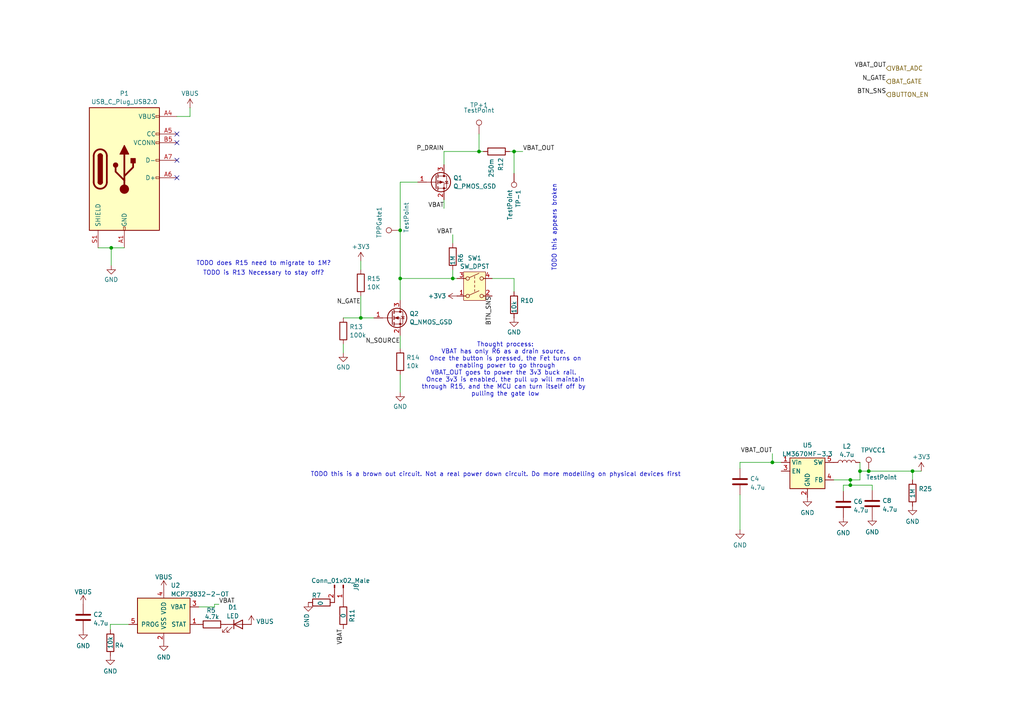
<source format=kicad_sch>
(kicad_sch (version 20250114) (generator "eeschema") (generator_version "9.0")
  (paper "A4")
  (lib_symbols
    (symbol "Battery_Management:MCP73832-2-OT" (pin_names (offset 1.016))
      (property "Reference" "U" (at -7.62 6.35 0))
      (property "Value" "MCP73832-2-OT" (at 1.27 6.35 0))
      (symbol "MCP73832-2-OT_0_1"
        (rectangle (start -7.62 5.08) (end 7.62 -5.08) (stroke (width 0.254)) (fill (type background)))
      )
      (symbol "MCP73832-2-OT_1_1"
        (pin input line (at -10.16 -2.54 0) (length 2.54) (name "PROG") (number "5"))
        (pin power_in line (at 0 7.62 270) (length 2.54) (name "VDD") (number "4"))
        (pin power_in line (at 0 -7.62 90) (length 2.54) (name "VSS") (number "2"))
        (pin power_out line (at 10.16 2.54 180) (length 2.54) (name "VBAT") (number "3"))
        (pin output line (at 10.16 -2.54 180) (length 2.54) (name "STAT") (number "1"))
      )
    )
    (symbol "Connector:Conn_01x02_Male" (pin_names (offset 1.016) (hide yes))
      (property "Reference" "J" (at 0 2.54 0))
      (property "Value" "Conn_01x02_Male" (at 0 -5.08 0))
      (symbol "Conn_01x02_Male_1_1"
        (rectangle (start 0.8636 0.127) (end 0 -0.127) (stroke (width 0.1524)) (fill (type outline)))
        (rectangle (start 0.8636 -2.413) (end 0 -2.667) (stroke (width 0.1524)) (fill (type outline)))
        (polyline (pts (xy 1.27 0) (xy 0.8636 0)) (stroke (width 0.1524)))
        (polyline (pts (xy 1.27 -2.54) (xy 0.8636 -2.54)) (stroke (width 0.1524)))
        (pin passive line (at 5.08 0 180) (length 3.81) (name "Pin_1") (number "1"))
        (pin passive line (at 5.08 -2.54 180) (length 3.81) (name "Pin_2") (number "2"))
      )
    )
    (symbol "Connector:TestPoint" (pin_numbers (hide yes)) (pin_names (offset 0.762) (hide yes))
      (property "Reference" "TP" (at 0 6.858 0))
      (property "Value" "TestPoint" (at 0 5.08 0))
      (symbol "TestPoint_0_1"
        (circle (center 0 3.302) (radius 0.762))
      )
      (symbol "TestPoint_1_1"
        (pin passive line (at 0 0 90) (length 2.54) (name "1") (number "1"))
      )
    )
    (symbol "Connector:USB_C_Plug_USB2.0" (pin_names (offset 1.016))
      (property "Reference" "P" (at -10.16 19.05 0))
      (property "Value" "USB_C_Plug_USB2.0" (at 12.7 19.05 0))
      (symbol "USB_C_Plug_USB2.0_0_0"
        (rectangle (start -0.254 -17.78) (end 0.254 -16.764))
        (rectangle (start 10.16 15.494) (end 9.144 14.986))
        (rectangle (start 10.16 10.414) (end 9.144 9.906))
        (rectangle (start 10.16 7.874) (end 9.144 7.366))
        (rectangle (start 10.16 2.794) (end 9.144 2.286))
        (rectangle (start 10.16 -2.286) (end 9.144 -2.794))
      )
      (symbol "USB_C_Plug_USB2.0_0_1"
        (rectangle (start -10.16 17.78) (end 10.16 -17.78) (stroke (width 0.254)) (fill (type background)))
        (polyline (pts (xy -8.89 -3.81) (xy -8.89 3.81)) (stroke (width 0.508)))
        (rectangle (start -7.62 -3.81) (end -6.35 3.81) (stroke (width 0.254)) (fill (type outline)))
        (arc (start -7.62 3.81) (mid -6.985 4.4423) (end -6.35 3.81) (stroke (width 0.254)))
        (arc (start -7.62 3.81) (mid -6.985 4.4423) (end -6.35 3.81) (stroke (width 0.254)) (fill (type outline)))
        (arc (start -8.89 3.81) (mid -6.985 5.7067) (end -5.08 3.81) (stroke (width 0.508)))
        (arc (start -5.08 -3.81) (mid -6.985 -5.7067) (end -8.89 -3.81) (stroke (width 0.508)))
        (arc (start -6.35 -3.81) (mid -6.985 -4.4423) (end -7.62 -3.81) (stroke (width 0.254)))
        (arc (start -6.35 -3.81) (mid -6.985 -4.4423) (end -7.62 -3.81) (stroke (width 0.254)) (fill (type outline)))
        (polyline (pts (xy -5.08 3.81) (xy -5.08 -3.81)) (stroke (width 0.508)))
        (circle (center -2.54 1.143) (radius 0.635) (stroke (width 0.254)) (fill (type outline)))
        (polyline (pts (xy -1.27 4.318) (xy 0 6.858) (xy 1.27 4.318) (xy -1.27 4.318)) (stroke (width 0.254)) (fill (type outline)))
        (polyline (pts (xy 0 -2.032) (xy 2.54 0.508) (xy 2.54 1.778)) (stroke (width 0.508)))
        (polyline (pts (xy 0 -3.302) (xy -2.54 -0.762) (xy -2.54 0.508)) (stroke (width 0.508)))
        (polyline (pts (xy 0 -5.842) (xy 0 4.318)) (stroke (width 0.508)))
        (circle (center 0 -5.842) (radius 1.27) (fill (type outline)))
        (rectangle (start 1.905 1.778) (end 3.175 3.048) (stroke (width 0.254)) (fill (type outline)))
      )
      (symbol "USB_C_Plug_USB2.0_1_1"
        (pin passive line (at -7.62 -22.86 90) (length 5.08) (name "SHIELD") (number "S1"))
        (pin passive line (at 0 -22.86 90) (length 5.08) (name "GND") (number "A1"))
        (pin passive line (at 0 -22.86 90) (length 5.08) (hide yes) (name "GND") (number "A12"))
        (pin passive line (at 0 -22.86 90) (length 5.08) (hide yes) (name "GND") (number "B1"))
        (pin passive line (at 0 -22.86 90) (length 5.08) (hide yes) (name "GND") (number "B12"))
        (pin passive line (at 15.24 15.24 180) (length 5.08) (name "VBUS") (number "A4"))
        (pin passive line (at 15.24 15.24 180) (length 5.08) (hide yes) (name "VBUS") (number "A9"))
        (pin passive line (at 15.24 15.24 180) (length 5.08) (hide yes) (name "VBUS") (number "B4"))
        (pin passive line (at 15.24 15.24 180) (length 5.08) (hide yes) (name "VBUS") (number "B9"))
        (pin bidirectional line (at 15.24 10.16 180) (length 5.08) (name "CC") (number "A5"))
        (pin bidirectional line (at 15.24 7.62 180) (length 5.08) (name "VCONN") (number "B5"))
        (pin bidirectional line (at 15.24 2.54 180) (length 5.08) (name "D-") (number "A7"))
        (pin bidirectional line (at 15.24 -2.54 180) (length 5.08) (name "D+") (number "A6"))
      )
    )
    (symbol "Device:C" (pin_numbers (hide yes)) (pin_names (offset 0.254))
      (property "Reference" "C" (at 0.635 2.54 0))
      (property "Value" "C" (at 0.635 -2.54 0))
      (symbol "C_0_1"
        (polyline (pts (xy -2.032 0.762) (xy 2.032 0.762)) (stroke (width 0.508)))
        (polyline (pts (xy -2.032 -0.762) (xy 2.032 -0.762)) (stroke (width 0.508)))
      )
      (symbol "C_1_1"
        (pin passive line (at 0 3.81 270) (length 2.794) (name "~") (number "1"))
        (pin passive line (at 0 -3.81 90) (length 2.794) (name "~") (number "2"))
      )
    )
    (symbol "Device:L" (pin_numbers (hide yes)) (pin_names (offset 1.016) (hide yes))
      (property "Reference" "L" (at -1.27 0 90))
      (property "Value" "L" (at 1.905 0 90))
      (symbol "L_0_1"
        (arc (start 0 2.54) (mid 0.6323 1.905) (end 0 1.27))
        (arc (start 0 1.27) (mid 0.6323 0.635) (end 0 0))
        (arc (start 0 0) (mid 0.6323 -0.635) (end 0 -1.27))
        (arc (start 0 -1.27) (mid 0.6323 -1.905) (end 0 -2.54))
      )
      (symbol "L_1_1"
        (pin passive line (at 0 3.81 270) (length 1.27) (name "1") (number "1"))
        (pin passive line (at 0 -3.81 90) (length 1.27) (name "2") (number "2"))
      )
    )
    (symbol "Device:LED" (pin_numbers (hide yes)) (pin_names (offset 1.016) (hide yes))
      (property "Reference" "D" (at 0 2.54 0))
      (property "Value" "LED" (at 0 -2.54 0))
      (symbol "LED_0_1"
        (polyline (pts (xy -3.048 -0.762) (xy -4.572 -2.286) (xy -3.81 -2.286) (xy -4.572 -2.286) (xy -4.572 -1.524)))
        (polyline (pts (xy -1.778 -0.762) (xy -3.302 -2.286) (xy -2.54 -2.286) (xy -3.302 -2.286) (xy -3.302 -1.524)))
        (polyline (pts (xy -1.27 0) (xy 1.27 0)))
        (polyline (pts (xy -1.27 -1.27) (xy -1.27 1.27)) (stroke (width 0.254)))
        (polyline (pts (xy 1.27 -1.27) (xy 1.27 1.27) (xy -1.27 0) (xy 1.27 -1.27)) (stroke (width 0.254)))
      )
      (symbol "LED_1_1"
        (pin passive line (at -3.81 0 0) (length 2.54) (name "K") (number "1"))
        (pin passive line (at 3.81 0 180) (length 2.54) (name "A") (number "2"))
      )
    )
    (symbol "Device:Q_NMOS_GSD" (pin_names (offset 0) (hide yes))
      (property "Reference" "Q" (at 5.08 1.27 0))
      (property "Value" "Q_NMOS_GSD" (at 5.08 -1.27 0))
      (symbol "Q_NMOS_GSD_0_1"
        (polyline (pts (xy 0.254 1.905) (xy 0.254 -1.905)) (stroke (width 0.254)))
        (polyline (pts (xy 0.254 0) (xy -2.54 0)))
        (polyline (pts (xy 0.762 2.286) (xy 0.762 1.27)) (stroke (width 0.254)))
        (polyline (pts (xy 0.762 0.508) (xy 0.762 -0.508)) (stroke (width 0.254)))
        (polyline (pts (xy 0.762 -1.27) (xy 0.762 -2.286)) (stroke (width 0.254)))
        (polyline (pts (xy 0.762 -1.778) (xy 3.302 -1.778) (xy 3.302 1.778) (xy 0.762 1.778)))
        (polyline (pts (xy 1.016 0) (xy 2.032 0.381) (xy 2.032 -0.381) (xy 1.016 0)) (fill (type outline)))
        (circle (center 1.651 0) (radius 2.794) (stroke (width 0.254)))
        (polyline (pts (xy 2.54 2.54) (xy 2.54 1.778)))
        (circle (center 2.54 1.778) (radius 0.254) (fill (type outline)))
        (circle (center 2.54 -1.778) (radius 0.254) (fill (type outline)))
        (polyline (pts (xy 2.54 -2.54) (xy 2.54 0) (xy 0.762 0)))
        (polyline (pts (xy 2.794 0.508) (xy 2.921 0.381) (xy 3.683 0.381) (xy 3.81 0.254)))
        (polyline (pts (xy 3.302 0.381) (xy 2.921 -0.254) (xy 3.683 -0.254) (xy 3.302 0.381)))
      )
      (symbol "Q_NMOS_GSD_1_1"
        (pin input line (at -5.08 0 0) (length 2.54) (name "G") (number "1"))
        (pin passive line (at 2.54 5.08 270) (length 2.54) (name "D") (number "3"))
        (pin passive line (at 2.54 -5.08 90) (length 2.54) (name "S") (number "2"))
      )
    )
    (symbol "Device:Q_PMOS_GSD" (pin_names (offset 0) (hide yes))
      (property "Reference" "Q" (at 5.08 1.27 0))
      (property "Value" "Q_PMOS_GSD" (at 5.08 -1.27 0))
      (symbol "Q_PMOS_GSD_0_1"
        (polyline (pts (xy 0.254 1.905) (xy 0.254 -1.905)) (stroke (width 0.254)))
        (polyline (pts (xy 0.254 0) (xy -2.54 0)))
        (polyline (pts (xy 0.762 2.286) (xy 0.762 1.27)) (stroke (width 0.254)))
        (polyline (pts (xy 0.762 1.778) (xy 3.302 1.778) (xy 3.302 -1.778) (xy 0.762 -1.778)))
        (polyline (pts (xy 0.762 0.508) (xy 0.762 -0.508)) (stroke (width 0.254)))
        (polyline (pts (xy 0.762 -1.27) (xy 0.762 -2.286)) (stroke (width 0.254)))
        (circle (center 1.651 0) (radius 2.794) (stroke (width 0.254)))
        (polyline (pts (xy 2.286 0) (xy 1.27 0.381) (xy 1.27 -0.381) (xy 2.286 0)) (fill (type outline)))
        (polyline (pts (xy 2.54 2.54) (xy 2.54 1.778)))
        (circle (center 2.54 1.778) (radius 0.254) (fill (type outline)))
        (circle (center 2.54 -1.778) (radius 0.254) (fill (type outline)))
        (polyline (pts (xy 2.54 -2.54) (xy 2.54 0) (xy 0.762 0)))
        (polyline (pts (xy 2.794 -0.508) (xy 2.921 -0.381) (xy 3.683 -0.381) (xy 3.81 -0.254)))
        (polyline (pts (xy 3.302 -0.381) (xy 2.921 0.254) (xy 3.683 0.254) (xy 3.302 -0.381)))
      )
      (symbol "Q_PMOS_GSD_1_1"
        (pin input line (at -5.08 0 0) (length 2.54) (name "G") (number "1"))
        (pin passive line (at 2.54 5.08 270) (length 2.54) (name "D") (number "3"))
        (pin passive line (at 2.54 -5.08 90) (length 2.54) (name "S") (number "2"))
      )
    )
    (symbol "Device:R" (pin_numbers (hide yes)) (pin_names (offset 0))
      (property "Reference" "R" (at 2.032 0 90))
      (property "Value" "R" (at 0 0 90))
      (symbol "R_0_1"
        (rectangle (start -1.016 -2.54) (end 1.016 2.54) (stroke (width 0.254)))
      )
      (symbol "R_1_1"
        (pin passive line (at 0 3.81 270) (length 1.27) (name "~") (number "1"))
        (pin passive line (at 0 -3.81 90) (length 1.27) (name "~") (number "2"))
      )
    )
    (symbol "GND_1" (power) (pin_numbers (hide yes)) (pin_names (offset 0) (hide yes))
      (property "Value" "GND" (at 0 -3.81 0))
      (symbol "GND_1_0_1"
        (polyline (pts (xy 0 0) (xy 0 -1.27) (xy 1.27 -1.27) (xy 0 -2.54) (xy -1.27 -1.27) (xy 0 -1.27)))
      )
      (symbol "GND_1_1_1"
        (pin power_in line (at 0 0 270) (length 0) (name "~") (number "1"))
      )
    )
    (symbol "GND_2" (power) (pin_numbers (hide yes)) (pin_names (offset 0) (hide yes))
      (property "Value" "GND" (at 0 -3.81 0))
      (symbol "GND_2_0_1"
        (polyline (pts (xy 0 0) (xy 0 -1.27) (xy 1.27 -1.27) (xy 0 -2.54) (xy -1.27 -1.27) (xy 0 -1.27)))
      )
      (symbol "GND_2_1_1"
        (pin power_in line (at 0 0 270) (length 0) (name "~") (number "1"))
      )
    )
    (symbol "GND_3" (power) (pin_numbers (hide yes)) (pin_names (offset 0) (hide yes))
      (property "Value" "GND" (at 0 -3.81 0))
      (symbol "GND_3_0_1"
        (polyline (pts (xy 0 0) (xy 0 -1.27) (xy 1.27 -1.27) (xy 0 -2.54) (xy -1.27 -1.27) (xy 0 -1.27)))
      )
      (symbol "GND_3_1_1"
        (pin power_in line (at 0 0 270) (length 0) (name "~") (number "1"))
      )
    )
    (symbol "Regulator_Switching:LM3670MF"
      (property "Reference" "U" (at -5.08 5.08 0))
      (property "Value" "LM3670MF" (at 0 5.08 0))
      (symbol "LM3670MF_0_1"
        (rectangle (start -5.08 3.81) (end 5.08 -5.08) (stroke (width 0.254)) (fill (type background)))
      )
      (symbol "LM3670MF_1_1"
        (pin power_in line (at -7.62 2.54 0) (length 2.54) (name "Vin") (number "1"))
        (pin input line (at -7.62 0 0) (length 2.54) (name "EN") (number "3"))
        (pin power_in line (at 0 -7.62 90) (length 2.54) (name "GND") (number "2"))
        (pin input line (at 7.62 2.54 180) (length 2.54) (name "SW") (number "5"))
        (pin input line (at 7.62 -2.54 180) (length 2.54) (name "FB") (number "4"))
      )
    )
    (symbol "Switch:SW_DPST" (pin_names (offset 0) (hide yes))
      (property "Reference" "SW" (at 0 6.35 0))
      (property "Value" "SW_DPST" (at 0 -5.08 0))
      (symbol "SW_DPST_0_0"
        (circle (center -2.032 2.54) (radius 0.508))
        (circle (center -2.032 -2.54) (radius 0.508))
        (polyline (pts (xy -1.524 2.794) (xy 1.27 4.064)))
        (polyline (pts (xy -1.524 -2.286) (xy 1.27 -1.016)))
        (polyline (pts (xy 0 2.54) (xy 0 3.175)))
        (polyline (pts (xy 0 1.27) (xy 0 1.905)))
        (polyline (pts (xy 0 0) (xy 0 0.635)))
        (polyline (pts (xy 0 -1.27) (xy 0 -0.635)))
        (circle (center 2.032 2.54) (radius 0.508))
        (circle (center 2.032 -2.54) (radius 0.508))
      )
      (symbol "SW_DPST_1_1"
        (rectangle (start -3.175 4.445) (end 3.175 -3.81) (fill (type background)))
        (pin passive line (at -5.08 2.54 0) (length 2.54) (name "3") (number "3"))
        (pin passive line (at -5.08 -2.54 0) (length 2.54) (name "1") (number "1"))
        (pin passive line (at 5.08 2.54 180) (length 2.54) (name "4") (number "4"))
        (pin passive line (at 5.08 -2.54 180) (length 2.54) (name "2") (number "2"))
      )
    )
    (symbol "power:+3V3" (power) (pin_numbers (hide yes)) (pin_names (offset 0) (hide yes))
      (property "Value" "+3V3" (at 0 3.556 0))
      (symbol "+3V3_0_1"
        (polyline (pts (xy -0.762 1.27) (xy 0 2.54)))
        (polyline (pts (xy 0 2.54) (xy 0.762 1.27)))
        (polyline (pts (xy 0 0) (xy 0 2.54)))
      )
      (symbol "+3V3_1_1"
        (pin power_in line (at 0 0 90) (length 0) (name "~") (number "1"))
      )
    )
    (symbol "power:GND" (power) (pin_names (offset 0))
      (property "Value" "GND" (at 0 -3.81 0))
      (symbol "GND_0_1"
        (polyline (pts (xy 0 0) (xy 0 -1.27) (xy 1.27 -1.27) (xy 0 -2.54) (xy -1.27 -1.27) (xy 0 -1.27)))
      )
      (symbol "GND_1_1"
        (pin power_in line (at 0 0 270) (length 0) (hide yes) (name "GND") (number "1"))
      )
    )
    (symbol "power:VBUS" (power) (pin_numbers (hide yes)) (pin_names (offset 0) (hide yes))
      (property "Value" "VBUS" (at 0 3.556 0))
      (symbol "VBUS_0_1"
        (polyline (pts (xy -0.762 1.27) (xy 0 2.54)))
        (polyline (pts (xy 0 2.54) (xy 0.762 1.27)))
        (polyline (pts (xy 0 0) (xy 0 2.54)))
      )
      (symbol "VBUS_1_1"
        (pin power_in line (at 0 0 90) (length 0) (name "~") (number "1"))
      )
    )
  )
  (text "TODO is R13 Necessary to stay off?" (at 76.454 79.248 0) (effects (font (size 1.27 1.27))))
  (text "TODO does R15 need to migrate to 1M?" (at 76.454 76.454 0) (effects (font (size 1.27 1.27))))
  (text "TODO this appears broken" (at 160.782 66.04 90) (effects (font (size 1.27 1.27))))
  (text "Thought process:\nVBAT has only R6 as a drain source. \nOnce the button is pressed, the Fet turns on\nenabling power to go through\nVBAT_OUT goes to power the 3v3 buck rail. \nOnce 3v3 is enabled, the pull up will maintain\nthrough R15, and the MCU can turn itself off by \npulling the gate low" (at 146.558 107.188 0) (effects (font (size 1.27 1.27))))
  (text "TODO this is a brown out circuit. Not a real power down circuit. Do more modelling on physical devices first" (at 143.764 137.668 0) (effects (font (size 1.27 1.27))))
  (junction (at 149.098 43.942))
  (junction (at 224.028 134.112))
  (junction (at 138.938 43.942))
  (junction (at 116.078 66.802))
  (junction (at 246.634 140.716))
  (junction (at 116.078 80.772))
  (junction (at 104.648 92.202))
  (junction (at 251.968 136.652))
  (junction (at 32.258 71.882))
  (junction (at 246.634 139.192))
  (junction (at 131.318 80.772))
  (junction (at 264.668 136.652))
  (junction (at 249.428 136.652))
  (no_connect (at 51.308 41.402))
  (no_connect (at 51.308 38.862))
  (no_connect (at 51.308 46.482))
  (no_connect (at 51.308 51.562))
  (wire (pts (xy 151.638 43.942) (xy 149.098 43.942)))
  (wire (pts (xy 264.668 136.652) (xy 267.208 136.652)))
  (wire (pts (xy 128.778 57.912) (xy 128.778 60.452)))
  (wire (pts (xy 128.778 47.752) (xy 128.778 43.942)))
  (wire (pts (xy 62.23 176.022) (xy 57.658 176.022)))
  (wire (pts (xy 249.428 136.652) (xy 249.428 139.192)))
  (wire (pts (xy 214.63 134.112) (xy 224.028 134.112)))
  (wire (pts (xy 104.648 92.202) (xy 108.458 92.202)))
  (wire (pts (xy 104.648 78.232) (xy 104.648 75.692)))
  (wire (pts (xy 99.568 92.202) (xy 104.648 92.202)))
  (wire (pts (xy 138.938 38.862) (xy 138.938 43.942)))
  (wire (pts (xy 249.428 134.112) (xy 249.428 136.652)))
  (wire (pts (xy 37.338 181.102) (xy 32.004 181.102)))
  (wire (pts (xy 32.004 181.102) (xy 32.004 182.626)))
  (wire (pts (xy 246.634 140.716) (xy 252.984 140.716)))
  (wire (pts (xy 214.63 134.112) (xy 214.63 135.89)))
  (wire (pts (xy 116.078 80.772) (xy 131.318 80.772)))
  (wire (pts (xy 99.568 102.362) (xy 99.568 99.822)))
  (wire (pts (xy 116.078 66.802) (xy 116.078 80.772)))
  (wire (pts (xy 116.078 108.712) (xy 116.078 113.792)))
  (wire (pts (xy 224.028 134.112) (xy 226.568 134.112)))
  (wire (pts (xy 244.602 140.716) (xy 244.602 142.494)))
  (wire (pts (xy 116.078 97.282) (xy 116.078 101.092)))
  (wire (pts (xy 28.448 71.882) (xy 32.258 71.882)))
  (wire (pts (xy 121.158 52.832) (xy 116.078 52.832)))
  (wire (pts (xy 62.23 175.26) (xy 62.23 176.022)))
  (wire (pts (xy 241.808 139.192) (xy 246.634 139.192)))
  (wire (pts (xy 116.078 80.772) (xy 116.078 87.122)))
  (wire (pts (xy 149.098 43.942) (xy 149.098 50.292)))
  (wire (pts (xy 128.778 43.942) (xy 138.938 43.942)))
  (wire (pts (xy 131.318 68.072) (xy 131.318 70.612)))
  (wire (pts (xy 149.098 43.942) (xy 147.828 43.942)))
  (wire (pts (xy 104.648 85.852) (xy 104.648 92.202)))
  (wire (pts (xy 116.078 52.832) (xy 116.078 66.802)))
  (wire (pts (xy 51.308 33.782) (xy 55.118 33.782)))
  (wire (pts (xy 249.428 136.652) (xy 251.968 136.652)))
  (wire (pts (xy 246.634 139.192) (xy 249.428 139.192)))
  (wire (pts (xy 251.968 136.652) (xy 264.668 136.652)))
  (wire (pts (xy 140.208 43.942) (xy 138.938 43.942)))
  (wire (pts (xy 32.258 71.882) (xy 32.258 76.962)))
  (wire (pts (xy 149.098 80.772) (xy 149.098 84.582)))
  (wire (pts (xy 63.5 175.26) (xy 62.23 175.26)))
  (wire (pts (xy 264.668 136.652) (xy 264.668 139.192)))
  (wire (pts (xy 55.118 33.782) (xy 55.118 31.242)))
  (wire (pts (xy 246.634 139.192) (xy 246.634 140.716)))
  (wire (pts (xy 214.63 143.51) (xy 214.63 153.67)))
  (wire (pts (xy 32.258 71.882) (xy 36.068 71.882)))
  (wire (pts (xy 224.028 131.572) (xy 224.028 134.112)))
  (wire (pts (xy 131.318 80.772) (xy 132.588 80.772)))
  (wire (pts (xy 246.634 140.716) (xy 244.602 140.716)))
  (wire (pts (xy 131.318 78.232) (xy 131.318 80.772)))
  (wire (pts (xy 252.984 140.716) (xy 252.984 142.24)))
  (wire (pts (xy 142.748 80.772) (xy 149.098 80.772)))
  (label "BTN_SNS" (at 257.048 27.432 180))
  (label "P_DRAIN" (at 128.778 43.942 180))
  (label "VBAT_OUT" (at 151.638 43.942 0))
  (label "BTN_SNS" (at 142.748 85.852 270))
  (label "VBAT_OUT" (at 257.048 19.812 180))
  (label "VBAT_OUT" (at 224.028 131.572 180))
  (label "VBAT" (at 131.318 68.072 180))
  (label "N_GATE" (at 257.048 23.622 180))
  (label "N_SOURCE" (at 116.078 99.822 180))
  (label "VBAT" (at 99.568 182.372 270))
  (label "VBAT" (at 128.778 60.452 180))
  (label "VBAT" (at 63.5 175.26 0))
  (label "N_GATE" (at 104.648 88.392 180))
  (hierarchical_label "BAT_GATE" (shape input) (at 257.048 23.622 0))
  (hierarchical_label "BUTTON_EN" (shape input) (at 257.048 27.432 0))
  (hierarchical_label "VBAT_ADC" (shape input) (at 257.048 19.812 0))
  (symbol (lib_id "Connector:Conn_01x02_Male") (at 99.568 169.672 270) (unit 1)
    (property "Reference" "J8" (at 103.344 170.307 0))
    (property "Value" "Conn_01x02_Male" (at 98.806 168.402 90))
    (property "Footprint" "Connector_JST:JST_PH_B2B-PH-K_1x02_P2.00mm_Vertical" (effects (hide yes)))
  )
  (symbol (lib_id "power:VBUS") (at 24.13 175.26 0) (unit 1)
    (property "Reference" "#PWR012" (effects (hide yes)))
    (property "Value" "VBUS" (at 24.13 171.6842 0))
  )
  (symbol (lib_id "power:VBUS") (at 47.498 170.942 0) (unit 1)
    (property "Reference" "#PWR015" (effects (hide yes)))
    (property "Value" "VBUS" (at 47.498 167.3662 0))
  )
  (symbol (lib_id "power:GND") (at 24.13 182.88 0) (unit 1)
    (property "Reference" "#PWR013" (effects (hide yes)))
    (property "Value" "GND" (at 24.13 187.3234 0))
  )
  (symbol (lib_id "Device:R") (at 93.218 174.752 90) (unit 1)
    (property "Reference" "R7" (at 90.424 172.72 90) (effects (justify right)))
    (property "Value" "0" (at 92.964 174.244 0) (effects (justify right)))
    (property "Footprint" "Resistor_SMD:R_0402_1005Metric" (effects (hide yes)))
  )
  (symbol (lib_id "Connector:TestPoint") (at 251.968 136.652 0) (unit 1)
    (property "Reference" "TPVCC1" (at 249.682 130.556 0) (effects (justify left)))
    (property "Value" "TestPoint" (at 251.206 138.43 0) (effects (justify left)))
    (property "Footprint" "TestPoint:TestPoint_Pad_1.5x1.5mm" (effects (hide yes)))
    (property "Description" "test point" (effects (hide yes)))
  )
  (symbol (lib_id "Device:L") (at 245.618 134.112 90) (unit 1)
    (property "Reference" "L2" (at 245.618 129.4622 90))
    (property "Value" "4.7u" (at 245.618 131.8865 90))
    (property "Footprint" "Inductor_SMD:L_0805_2012Metric" (effects (hide yes)))
    (property "P/N" "74479775222A" (effects (hide yes)))
  )
  (symbol (lib_id "Device:R") (at 144.018 43.942 270) (unit 1)
    (property "Reference" "R12" (at 145.2302 45.72 0) (effects (justify left)))
    (property "Value" "250m" (at 142.494 45.974 0) (effects (justify left)))
    (property "Footprint" "Resistor_SMD:R_0805_2012Metric" (effects (hide yes)))
    (property "Description" "Resistor" (effects (hide yes)))
  )
  (symbol (lib_id "power:GND") (at 244.602 150.114 0) (unit 1)
    (property "Reference" "#PWR049" (effects (hide yes)))
    (property "Value" "GND" (at 244.602 154.5574 0))
  )
  (symbol (lib_id "power:+3V3") (at 104.648 75.692 0) (unit 1)
    (property "Reference" "#PWR042" (effects (hide yes)))
    (property "Value" "+3V3" (at 104.648 71.5589 0))
    (property "Description" "Power symbol creates a global label with name \"+3V3\"" (effects (hide yes)))
  )
  (symbol (lib_id "power:+3V3") (at 267.208 136.652 0) (unit 1)
    (property "Reference" "#PWR054" (effects (hide yes)))
    (property "Value" "+3V3" (at 267.208 132.5189 0))
    (property "Description" "Power symbol creates a global label with name \"+3V3\"" (effects (hide yes)))
  )
  (symbol (lib_id "Connector:TestPoint") (at 149.098 50.292 180) (unit 1)
    (property "Reference" "TP-1" (at 150.3102 54.991 90) (effects (justify left)))
    (property "Value" "TestPoint" (at 147.8859 54.991 90) (effects (justify left)))
    (property "Footprint" "TestPoint:TestPoint_Pad_1.5x1.5mm" (effects (hide yes)))
    (property "Description" "test point" (effects (hide yes)))
  )
  (symbol (lib_id "Device:C") (at 252.984 146.05 0) (unit 1)
    (property "Reference" "C8" (at 255.905 145.2153 0) (effects (justify left)))
    (property "Value" "4.7u" (at 255.905 147.7522 0) (effects (justify left)))
    (property "Footprint" "Capacitor_SMD:C_0603_1608Metric" (effects (hide yes)))
  )
  (symbol (lib_id "Connector:USB_C_Plug_USB2.0") (at 36.068 49.022 0) (unit 1)
    (property "Reference" "P1" (at 36.068 27.0975 0))
    (property "Value" "USB_C_Plug_USB2.0" (at 36.068 29.5218 0))
    (property "Footprint" "Connector_USB:USB_C_Receptacle_GCT_USB4085" (effects (hide yes)))
    (property "Datasheet" "https://www.usb.org/sites/default/files/documents/usb_type-c.zip" (effects (hide yes)))
    (property "Description" "USB 2.0-only Type-C Plug connector" (effects (hide yes)))
  )
  (symbol (lib_id "Device:R") (at 264.668 143.002 0) (unit 1)
    (property "Reference" "R25" (at 266.446 141.7898 0) (effects (justify left)))
    (property "Value" "1M" (at 264.668 144.526 90) (effects (justify left)))
    (property "Footprint" "Resistor_SMD:R_0402_1005Metric" (effects (hide yes)))
    (property "Description" "Resistor" (effects (hide yes)))
  )
  (symbol (lib_name "GND_2") (lib_id "power:GND") (at 149.098 92.202 0) (unit 1)
    (property "Reference" "#PWR037" (effects (hide yes)))
    (property "Value" "GND" (at 149.098 96.3351 0))
    (property "Description" "Power symbol creates a global label with name \"GND\" , ground" (effects (hide yes)))
  )
  (symbol (lib_id "Connector:TestPoint") (at 138.938 38.862 0) (unit 1)
    (property "Reference" "TP+1" (at 138.938 30.48 0))
    (property "Value" "TestPoint" (at 138.938 32.004 0))
    (property "Footprint" "TestPoint:TestPoint_Pad_1.5x1.5mm" (effects (hide yes)))
    (property "Description" "test point" (effects (hide yes)))
  )
  (symbol (lib_name "GND_1") (lib_id "power:GND") (at 116.078 113.792 0) (unit 1)
    (property "Reference" "#PWR039" (effects (hide yes)))
    (property "Value" "GND" (at 116.078 117.9251 0))
    (property "Description" "Power symbol creates a global label with name \"GND\" , ground" (effects (hide yes)))
  )
  (symbol (lib_id "Device:C") (at 24.13 179.07 0) (unit 1)
    (property "Reference" "C2" (at 27.051 178.2353 0) (effects (justify left)))
    (property "Value" "4.7u" (at 27.051 180.7722 0) (effects (justify left)))
    (property "Footprint" "Capacitor_SMD:C_0603_1608Metric" (effects (hide yes)))
  )
  (symbol (lib_id "Device:R") (at 149.098 88.392 0) (unit 1)
    (property "Reference" "R10" (at 150.876 87.1798 0) (effects (justify left)))
    (property "Value" "10k" (at 149.098 90.932 90) (effects (justify left)))
    (property "Footprint" "Resistor_SMD:R_0402_1005Metric" (effects (hide yes)))
    (property "Description" "Resistor" (effects (hide yes)))
  )
  (symbol (lib_id "Device:R") (at 131.318 74.422 0) (unit 1)
    (property "Reference" "R6" (at 133.604 76.2 90) (effects (justify left)))
    (property "Value" "1M" (at 131.318 76.962 90) (effects (justify left)))
    (property "Footprint" "Resistor_SMD:R_0402_1005Metric" (effects (hide yes)))
    (property "Description" "Resistor" (effects (hide yes)))
  )
  (symbol (lib_id "Device:R") (at 32.004 186.436 0) (unit 1)
    (property "Reference" "R4" (at 33.274 187.198 0) (effects (justify left)))
    (property "Value" "10k" (at 32.004 188.214 90) (effects (justify left)))
    (property "Footprint" "Resistor_SMD:R_0402_1005Metric" (effects (hide yes)))
  )
  (symbol (lib_name "GND_1") (lib_id "power:GND") (at 99.568 102.362 0) (unit 1)
    (property "Reference" "#PWR038" (effects (hide yes)))
    (property "Value" "GND" (at 99.568 106.4951 0))
    (property "Description" "Power symbol creates a global label with name \"GND\" , ground" (effects (hide yes)))
  )
  (symbol (lib_id "Device:Q_NMOS_GSD") (at 113.538 92.202 0) (unit 1)
    (property "Reference" "Q2" (at 118.745 90.9898 0) (effects (justify left)))
    (property "Value" "Q_NMOS_GSD" (at 118.745 93.4141 0) (effects (justify left)))
    (property "Footprint" "Package_TO_SOT_SMD:SOT-23" (effects (hide yes)))
    (property "Description" "N-MOSFET transistor, gate/source/drain" (effects (hide yes)))
  )
  (symbol (lib_id "Device:R") (at 116.078 104.902 0) (unit 1)
    (property "Reference" "R14" (at 117.856 103.6898 0) (effects (justify left)))
    (property "Value" "10k" (at 117.856 106.1141 0) (effects (justify left)))
    (property "Footprint" "Resistor_SMD:R_0402_1005Metric" (effects (hide yes)))
    (property "Description" "Resistor" (effects (hide yes)))
  )
  (symbol (lib_id "Regulator_Switching:LM3670MF") (at 234.188 136.652 0) (unit 1)
    (property "Reference" "U5" (at 234.188 129.1422 0))
    (property "Value" "LM3670MF-3.3" (at 234.188 131.6791 0))
    (property "Footprint" "Package_TO_SOT_SMD:TSOT-23-5" (effects (hide yes)))
    (property "Datasheet" "http://www.ti.com/lit/ds/symlink/lm3670.pdf" (effects (hide yes)))
  )
  (symbol (lib_id "Device:LED") (at 69.088 181.102 0) (unit 1)
    (property "Reference" "D1" (at 67.5005 176.1322 0))
    (property "Value" "LED" (at 67.5005 178.6691 0))
    (property "Footprint" "LED_SMD:LED_0603_1608Metric" (effects (hide yes)))
  )
  (symbol (lib_id "power:GND") (at 47.498 186.182 0) (unit 1)
    (property "Reference" "#PWR016" (effects (hide yes)))
    (property "Value" "GND" (at 47.498 190.6254 0))
  )
  (symbol (lib_id "Device:R") (at 99.568 178.562 0) (unit 1)
    (property "Reference" "R11" (at 102.108 178.562 90))
    (property "Value" "0" (at 99.568 178.562 90))
    (property "Footprint" "Resistor_SMD:R_0402_1005Metric" (effects (hide yes)))
  )
  (symbol (lib_id "Device:R") (at 99.568 96.012 0) (unit 1)
    (property "Reference" "R13" (at 101.346 94.7998 0) (effects (justify left)))
    (property "Value" "100k" (at 101.346 97.2241 0) (effects (justify left)))
    (property "Footprint" "Resistor_SMD:R_0402_1005Metric" (effects (hide yes)))
    (property "Description" "Resistor" (effects (hide yes)))
  )
  (symbol (lib_id "power:GND") (at 214.63 153.67 0) (unit 1)
    (property "Reference" "#PWR045" (effects (hide yes)))
    (property "Value" "GND" (at 214.63 158.1134 0))
  )
  (symbol (lib_id "power:GND") (at 234.188 144.272 0) (unit 1)
    (property "Reference" "#PWR048" (effects (hide yes)))
    (property "Value" "GND" (at 234.188 148.7154 0))
  )
  (symbol (lib_name "GND_3") (lib_id "power:GND") (at 32.258 76.962 0) (unit 1)
    (property "Reference" "#PWR01" (effects (hide yes)))
    (property "Value" "GND" (at 32.258 81.0951 0))
    (property "Description" "Power symbol creates a global label with name \"GND\" , ground" (effects (hide yes)))
  )
  (symbol (lib_id "Device:R") (at 104.648 82.042 0) (unit 1)
    (property "Reference" "R15" (at 106.426 80.8298 0) (effects (justify left)))
    (property "Value" "10K" (at 106.426 83.2541 0) (effects (justify left)))
    (property "Footprint" "Resistor_SMD:R_0402_1005Metric" (effects (hide yes)))
    (property "Description" "Resistor" (effects (hide yes)))
  )
  (symbol (lib_id "power:+3V3") (at 132.588 85.852 90) (unit 1)
    (property "Reference" "#PWR030" (effects (hide yes)))
    (property "Value" "+3V3" (at 129.413 85.852 90) (effects (justify left)))
    (property "Description" "Power symbol creates a global label with name \"+3V3\"" (effects (hide yes)))
  )
  (symbol (lib_id "Switch:SW_DPST") (at 137.668 83.312 0) (unit 1)
    (property "Reference" "SW1" (at 137.668 74.8495 0))
    (property "Value" "SW_DPST" (at 137.668 77.2738 0))
    (property "Footprint" "Library:401-1133-ND" (effects (hide yes)))
    (property "Description" "Double Pole Single Throw (DPST) Switch" (effects (hide yes)))
  )
  (symbol (lib_id "power:GND") (at 264.668 146.812 0) (unit 1)
    (property "Reference" "#PWR053" (effects (hide yes)))
    (property "Value" "GND" (at 264.668 151.2554 0))
  )
  (symbol (lib_id "power:GND") (at 89.408 174.752 0) (unit 1)
    (property "Reference" "#PWR036" (effects (hide yes)))
    (property "Value" "GND" (at 88.9742 177.927 90) (effects (justify right)))
  )
  (symbol (lib_id "Battery_Management:MCP73832-2-OT") (at 47.498 178.562 0) (unit 1)
    (property "Reference" "U2" (at 49.5174 169.7822 0) (effects (justify left)))
    (property "Value" "MCP73832-2-OT" (at 49.5174 172.3191 0) (effects (justify left)))
    (property "Footprint" "Package_TO_SOT_SMD:SOT-23-5" (effects (hide yes)))
    (property "Datasheet" "http://ww1.microchip.com/downloads/en/DeviceDoc/20001984g.pdf" (effects (hide yes)))
  )
  (symbol (lib_id "Connector:TestPoint") (at 116.078 66.802 90) (unit 1)
    (property "Reference" "TPPGate1" (at 109.982 69.088 0) (effects (justify left)))
    (property "Value" "TestPoint" (at 117.856 67.564 0) (effects (justify left)))
    (property "Footprint" "TestPoint:TestPoint_Pad_1.5x1.5mm" (effects (hide yes)))
    (property "Description" "test point" (effects (hide yes)))
  )
  (symbol (lib_id "Device:Q_PMOS_GSD") (at 126.238 52.832 0) (unit 1)
    (property "Reference" "Q1" (at 131.445 51.6198 0) (effects (justify left)))
    (property "Value" "Q_PMOS_GSD" (at 131.445 54.0441 0) (effects (justify left)))
    (property "Footprint" "Package_TO_SOT_SMD:SOT-23" (effects (hide yes)))
    (property "Description" "P-MOSFET transistor, gate/source/drain" (effects (hide yes)))
  )
  (symbol (lib_id "power:GND") (at 252.984 149.86 0) (unit 1)
    (property "Reference" "#PWR050" (effects (hide yes)))
    (property "Value" "GND" (at 252.984 154.3034 0))
  )
  (symbol (lib_id "Device:C") (at 244.602 146.304 0) (unit 1)
    (property "Reference" "C6" (at 247.523 145.4693 0) (effects (justify left)))
    (property "Value" "4.7u" (at 247.523 148.0062 0) (effects (justify left)))
    (property "Footprint" "Capacitor_SMD:C_0603_1608Metric" (effects (hide yes)))
  )
  (symbol (lib_id "power:VBUS") (at 55.118 31.242 0) (unit 1)
    (property "Reference" "#PWR03" (effects (hide yes)))
    (property "Value" "VBUS" (at 55.118 27.1089 0))
    (property "Description" "Power symbol creates a global label with name \"VBUS\"" (effects (hide yes)))
  )
  (symbol (lib_id "Device:R") (at 61.468 181.102 90) (unit 1)
    (property "Reference" "R5" (at 61.214 177.038 90))
    (property "Value" "4.7k" (at 61.468 178.9231 90))
    (property "Footprint" "Resistor_SMD:R_0402_1005Metric" (effects (hide yes)))
  )
  (symbol (lib_id "Device:C") (at 214.63 139.7 0) (unit 1)
    (property "Reference" "C4" (at 217.551 138.8653 0) (effects (justify left)))
    (property "Value" "4.7u" (at 217.551 141.4022 0) (effects (justify left)))
    (property "Footprint" "Capacitor_SMD:C_0603_1608Metric" (effects (hide yes)))
  )
  (symbol (lib_id "power:VBUS") (at 72.898 181.102 0) (unit 1)
    (property "Reference" "#PWR029" (effects (hide yes)))
    (property "Value" "VBUS" (at 74.295 180.2658 0) (effects (justify left)))
  )
  (symbol (lib_id "power:GND") (at 32.004 190.246 0) (unit 1)
    (property "Reference" "#PWR014" (effects (hide yes)))
    (property "Value" "GND" (at 32.004 194.6894 0))
  )
)
</source>
